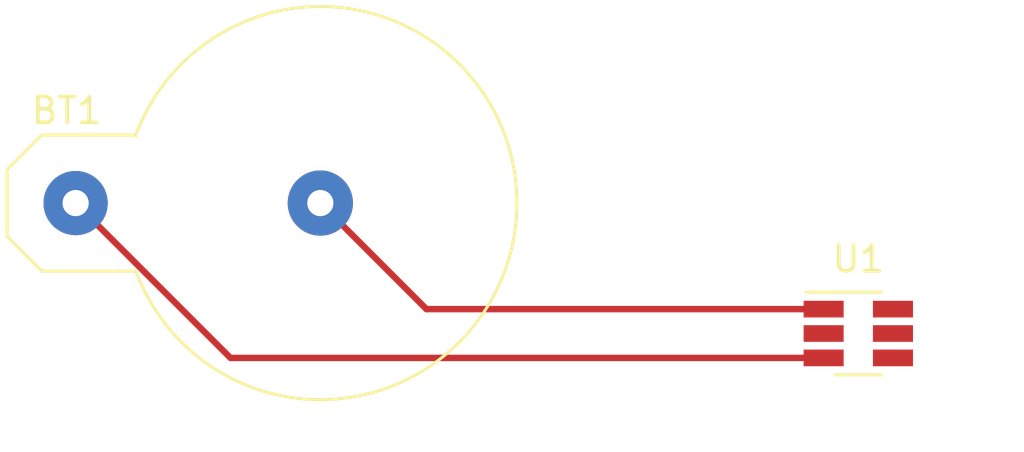
<source format=kicad_pcb>
(kicad_pcb (version 20211014) (generator pcbnew)
  (layers (0 "F.Cu" signal) (31 "B.Cu" signal) (34 "B.Paste" user) (35 "F.Paste" user) (36 "B.SilkS" user "B.Silkscreen") (37 "F.SilkS" user "F.Silkscreen") (38 "B.Mask" user) (39 "F.Mask" user) (44 "Edge.Cuts" user))
  (net 0 "")
  (net 1 "GND")
  (net 3 "+BATT")
  (footprint "Battery:BatteryHolder_Keystone_500" (layer "F.Cu") (at 17.78 17.78)
    (fp_text reference "BT1" (at -0.35 -3.6) (layer "F.SilkS"))
    (fp_text value "Battery")
    (fp_line (start -2.67 1.3) (end -2.67 -1.3) (layer "F.SilkS") (width 0.12))
    (fp_line (start 2.33 2.65) (end -1.32 2.65) (layer "F.SilkS") (width 0.12))
    (fp_line (start -2.67 -1.3) (end -1.32 -2.65) (layer "F.SilkS") (width 0.12))
    (fp_line (start -1.32 -2.65) (end 2.33 -2.65) (layer "F.SilkS") (width 0.12))
    (fp_line (start -1.32 2.65) (end -2.67 1.3) (layer "F.SilkS") (width 0.12))
    (fp_arc (start 2.33 -2.6) (mid 17.185039 -0.019344) (end 2.343232 2.636355) (layer "F.SilkS") (width 0.12))
    (pad "1" thru_hole circle (at 0 0) (size 2.5 2.5) (drill 1.02) (layers *.Cu *.Mask) (net 3 "+BATT"))
    (pad "2" thru_hole circle (at 9.53 0) (size 2.54 2.54) (drill 1.02) (layers *.Cu *.Mask) (net 1 "GND"))
  )
  (footprint "Package_TO_SOT_SMD:SOT-23-6_Handsoldering" (layer "F.Cu") (at 48.26 22.86)
    (fp_text reference "U1" (at 0 -2.9) (layer "F.SilkS"))
    (fp_text value "LMR51430XDDCR")
    (fp_line (start -0.9 1.61) (end 0.9 1.61) (layer "F.SilkS") (width 0.12))
    (fp_line (start 0.9 -1.61) (end -2.05 -1.61) (layer "F.SilkS") (width 0.12))
    (pad "1" smd rect (at -1.35 -0.95) (size 1.56 0.65) (layers "F.Cu" "F.Paste" "F.Mask") (net 1 "GND"))
    (pad "2" smd rect (at -1.35 0) (size 1.56 0.65) (layers "F.Cu" "F.Paste" "F.Mask"))
    (pad "3" smd rect (at -1.35 0.95) (size 1.56 0.65) (layers "F.Cu" "F.Paste" "F.Mask") (net 3 "+BATT"))
    (pad "4" smd rect (at 1.35 0.95) (size 1.56 0.65) (layers "F.Cu" "F.Paste" "F.Mask"))
    (pad "5" smd rect (at 1.35 0) (size 1.56 0.65) (layers "F.Cu" "F.Paste" "F.Mask"))
    (pad "6" smd rect (at 1.35 -0.95) (size 1.56 0.65) (layers "F.Cu" "F.Paste" "F.Mask"))
  )
  (segment (start 46.91 21.91) (end 31.44 21.91) (width 0.25) (layer "F.Cu") (net 1))
  (segment (start 31.44 21.91) (end 27.31 17.78) (width 0.25) (layer "F.Cu") (net 1))
  (segment (start 23.81 23.81) (end 46.91 23.81) (width 0.25) (layer "F.Cu") (net 3))
  (segment (start 17.78 17.78) (end 23.81 23.81) (width 0.25) (layer "F.Cu") (net 3))
)
</source>
